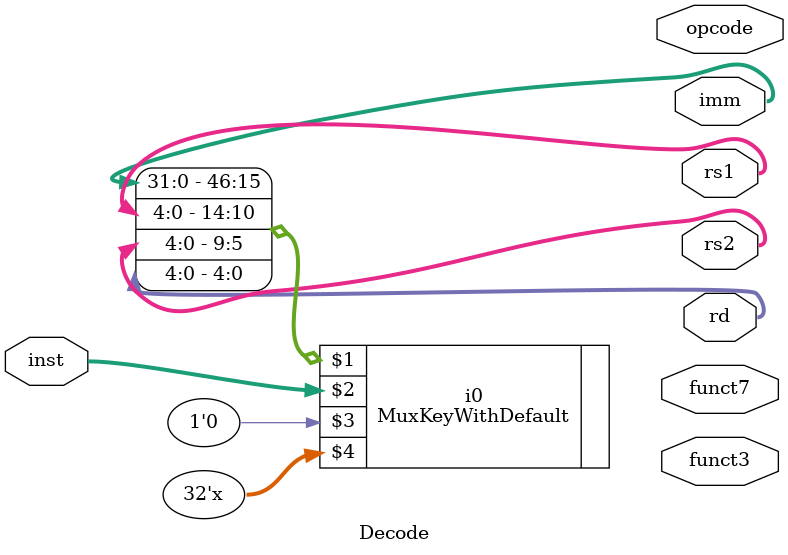
<source format=v>
module Decode (
        input [31:0] inst,
        output [6:0] opcode,
        output [6:0] funct7,
        output [2:0] funct3,
        output reg [31:0] imm,
        output reg [4:0] rs1,
        output reg [4:0] rs2,
        output reg [4:0] rd
    );
    MuxKeyWithDefault #(1, 7, 7+7+3+32+5+5+5) i0 ({imm, rs1, rs2, rd}, inst, 1'b0, {
                          32'b??
                      });


endmodule

</source>
